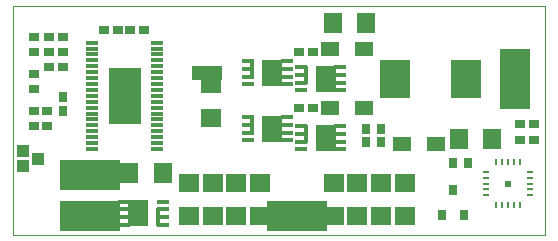
<source format=gtp>
G75*
%MOIN*%
%OFA0B0*%
%FSLAX25Y25*%
%IPPOS*%
%LPD*%
%AMOC8*
5,1,8,0,0,1.08239X$1,22.5*
%
%ADD10C,0.00000*%
%ADD11R,0.03937X0.01378*%
%ADD12R,0.01575X0.06496*%
%ADD13R,0.07087X0.09055*%
%ADD14R,0.07098X0.06299*%
%ADD15R,0.06299X0.07098*%
%ADD16R,0.05906X0.04724*%
%ADD17R,0.07087X0.06299*%
%ADD18R,0.06299X0.07087*%
%ADD19R,0.04331X0.01240*%
%ADD20R,0.10827X0.18701*%
%ADD21R,0.03642X0.02913*%
%ADD22R,0.02913X0.03642*%
%ADD23R,0.09843X0.12795*%
%ADD24R,0.03543X0.02756*%
%ADD25R,0.02756X0.03543*%
%ADD26R,0.01969X0.01969*%
%ADD27R,0.01900X0.00800*%
%ADD28R,0.00800X0.01900*%
%ADD29R,0.03150X0.03543*%
%ADD30R,0.20000X0.10000*%
%ADD31R,0.10000X0.20000*%
%ADD32R,0.04000X0.04000*%
%ADD33R,0.10000X0.05000*%
D10*
X0002291Y0002097D02*
X0002291Y0078534D01*
X0179516Y0078534D01*
X0179516Y0002097D01*
X0002291Y0002097D01*
D11*
X0039102Y0005641D03*
X0039102Y0008200D03*
X0039102Y0010759D03*
X0039102Y0013318D03*
X0052094Y0013318D03*
X0052094Y0010759D03*
X0052094Y0008200D03*
X0052094Y0005641D03*
X0098157Y0030739D03*
X0098157Y0033298D03*
X0098157Y0035857D03*
X0098157Y0038416D03*
X0093433Y0038810D03*
X0093433Y0036251D03*
X0093433Y0033692D03*
X0080441Y0033692D03*
X0080441Y0036251D03*
X0080441Y0038810D03*
X0080441Y0041369D03*
X0093433Y0041369D03*
X0111150Y0038416D03*
X0111150Y0035857D03*
X0111150Y0033298D03*
X0111150Y0030739D03*
X0111150Y0050424D03*
X0111150Y0052983D03*
X0111150Y0055542D03*
X0111150Y0058101D03*
X0098157Y0058101D03*
X0098157Y0055542D03*
X0098157Y0052983D03*
X0098157Y0050424D03*
X0093433Y0052393D03*
X0093433Y0054952D03*
X0093433Y0057511D03*
X0093433Y0060070D03*
X0080441Y0060070D03*
X0080441Y0057511D03*
X0080441Y0054952D03*
X0080441Y0052393D03*
D12*
X0082016Y0057511D03*
X0099732Y0055542D03*
X0082016Y0038810D03*
X0099732Y0035857D03*
X0050520Y0008200D03*
D13*
X0043866Y0009479D03*
X0106386Y0034578D03*
X0088669Y0037530D03*
X0106386Y0054263D03*
X0088669Y0056231D03*
D14*
X0068236Y0052479D03*
X0068236Y0041282D03*
D15*
X0052181Y0022767D03*
X0040984Y0022767D03*
D16*
X0107803Y0044420D03*
X0119220Y0044420D03*
X0131917Y0032609D03*
X0143335Y0032609D03*
X0119220Y0064105D03*
X0107803Y0064105D03*
D17*
X0109083Y0019420D03*
X0116957Y0019420D03*
X0124831Y0019420D03*
X0132705Y0019420D03*
X0132705Y0008396D03*
X0124831Y0008396D03*
X0116957Y0008396D03*
X0109083Y0008396D03*
X0084476Y0008396D03*
X0076602Y0008396D03*
X0068728Y0008396D03*
X0060854Y0008396D03*
X0060854Y0019420D03*
X0068728Y0019420D03*
X0076602Y0019420D03*
X0084476Y0019420D03*
D18*
X0150815Y0034085D03*
X0161839Y0034085D03*
X0119870Y0072924D03*
X0108846Y0072924D03*
D19*
X0050205Y0066290D03*
X0050205Y0064322D03*
X0050205Y0062353D03*
X0050205Y0060385D03*
X0050205Y0058416D03*
X0050205Y0056448D03*
X0050205Y0054479D03*
X0050205Y0052511D03*
X0050205Y0050542D03*
X0050205Y0048574D03*
X0050205Y0046605D03*
X0050205Y0044637D03*
X0050205Y0042668D03*
X0050205Y0040700D03*
X0050205Y0038731D03*
X0050205Y0036763D03*
X0050205Y0034794D03*
X0050205Y0032826D03*
X0050205Y0030857D03*
X0028551Y0030857D03*
X0028551Y0032826D03*
X0028551Y0034794D03*
X0028551Y0036763D03*
X0028551Y0038731D03*
X0028551Y0040700D03*
X0028551Y0042668D03*
X0028551Y0044637D03*
X0028551Y0046605D03*
X0028551Y0048574D03*
X0028551Y0050542D03*
X0028551Y0052511D03*
X0028551Y0054479D03*
X0028551Y0056448D03*
X0028551Y0058416D03*
X0028551Y0060385D03*
X0028551Y0062353D03*
X0028551Y0064322D03*
X0028551Y0066290D03*
D20*
X0039378Y0048574D03*
D21*
X0018925Y0058200D03*
X0014201Y0058200D03*
X0032409Y0070503D03*
X0037134Y0070503D03*
X0041268Y0070503D03*
X0045992Y0070503D03*
X0097370Y0063121D03*
X0102094Y0063121D03*
X0102094Y0044420D03*
X0097370Y0044420D03*
D22*
X0019024Y0043534D03*
X0019024Y0048259D03*
D23*
X0129555Y0054263D03*
X0153177Y0054263D03*
D24*
X0171091Y0039105D03*
X0176012Y0039105D03*
X0176012Y0033987D03*
X0171091Y0033987D03*
X0019024Y0063022D03*
X0014102Y0063022D03*
X0009181Y0063022D03*
X0009181Y0068141D03*
X0014102Y0068141D03*
X0019024Y0068141D03*
X0009181Y0055837D03*
X0009181Y0050719D03*
X0009181Y0043534D03*
X0013610Y0043534D03*
X0013610Y0038416D03*
X0009181Y0038416D03*
D25*
X0119811Y0037530D03*
X0124929Y0037530D03*
X0124929Y0033101D03*
X0119811Y0033101D03*
X0148846Y0026211D03*
X0153965Y0026211D03*
D26*
X0167154Y0019322D03*
D27*
X0174454Y0019322D03*
X0174454Y0017372D03*
X0174454Y0015372D03*
X0174454Y0021272D03*
X0174454Y0023272D03*
X0159854Y0023272D03*
X0159854Y0021272D03*
X0159854Y0019322D03*
X0159854Y0017372D03*
X0159854Y0015372D03*
D28*
X0163204Y0012022D03*
X0165204Y0012022D03*
X0167154Y0012022D03*
X0169104Y0012022D03*
X0171104Y0012022D03*
X0171104Y0026622D03*
X0169104Y0026622D03*
X0167154Y0026622D03*
X0165204Y0026622D03*
X0163204Y0026622D03*
D29*
X0148945Y0017255D03*
X0152685Y0008987D03*
X0145205Y0008987D03*
D30*
X0096780Y0008495D03*
X0027882Y0008495D03*
X0027882Y0022274D03*
D31*
X0169614Y0054263D03*
D32*
X0010673Y0027648D03*
X0005673Y0025148D03*
X0005673Y0030148D03*
D33*
X0066760Y0056231D03*
M02*

</source>
